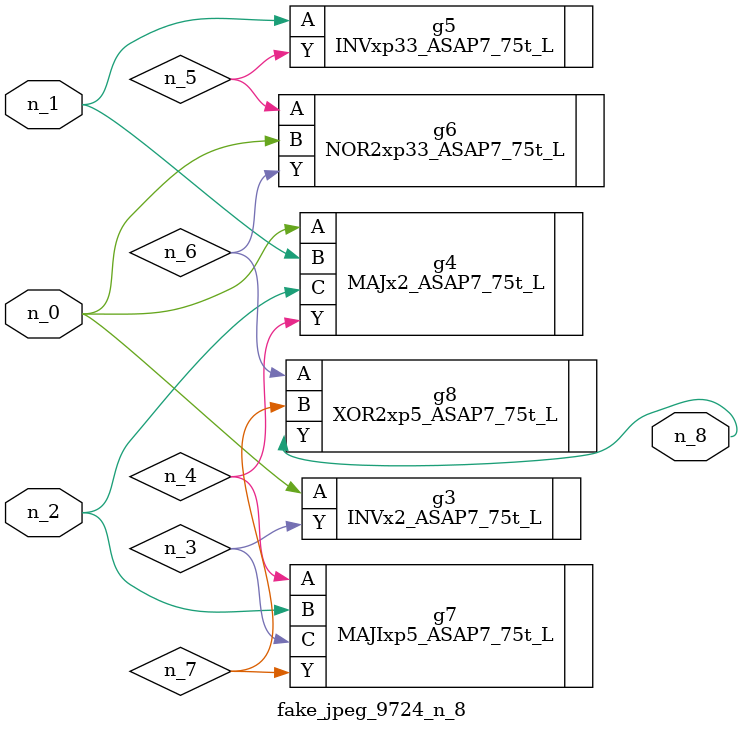
<source format=v>
module fake_jpeg_9724_n_8 (n_0, n_2, n_1, n_8);

input n_0;
input n_2;
input n_1;

output n_8;

wire n_3;
wire n_4;
wire n_6;
wire n_5;
wire n_7;

INVx2_ASAP7_75t_L g3 ( 
.A(n_0),
.Y(n_3)
);

MAJx2_ASAP7_75t_L g4 ( 
.A(n_0),
.B(n_1),
.C(n_2),
.Y(n_4)
);

INVxp33_ASAP7_75t_L g5 ( 
.A(n_1),
.Y(n_5)
);

NOR2xp33_ASAP7_75t_L g6 ( 
.A(n_5),
.B(n_0),
.Y(n_6)
);

XOR2xp5_ASAP7_75t_L g8 ( 
.A(n_6),
.B(n_7),
.Y(n_8)
);

MAJIxp5_ASAP7_75t_L g7 ( 
.A(n_4),
.B(n_2),
.C(n_3),
.Y(n_7)
);


endmodule
</source>
